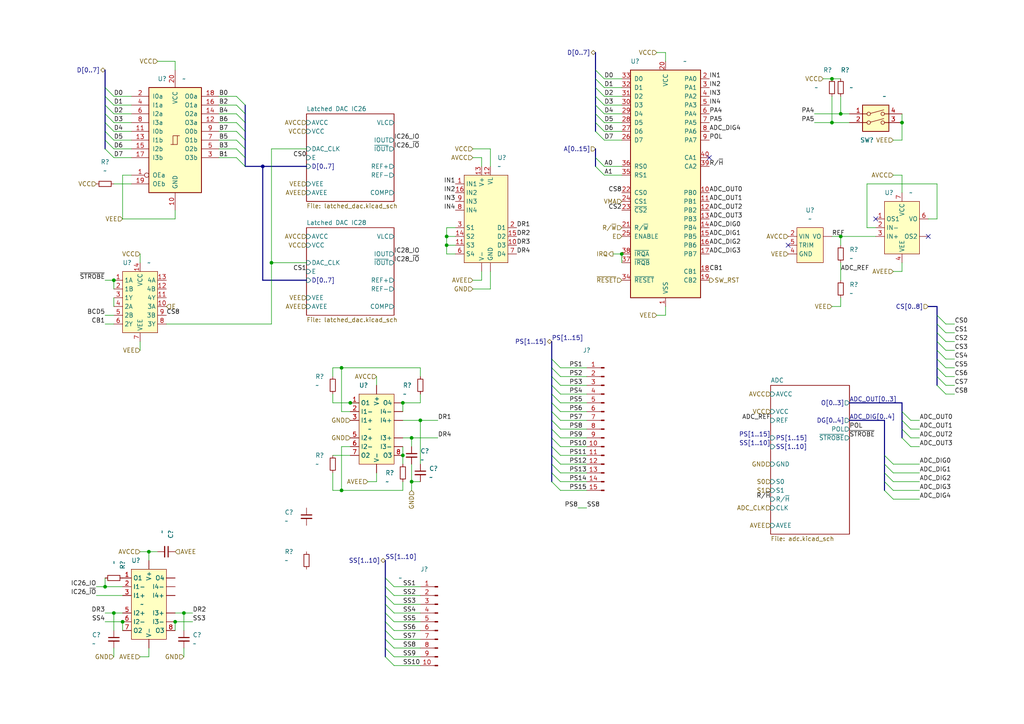
<source format=kicad_sch>
(kicad_sch (version 20211123) (generator eeschema)
  (paper "A4")
  (lib_symbols
    (symbol "74xx:74LS241" (pin_names (offset 1.016))
      (property "Reference" "U" (at -7.62 16.51 0))
      (property "Value" "74LS241" (at -7.62 -16.51 0))
      (symbol "74LS241_1_0"
        (polyline (pts (xy -0.635 -1.27) (xy -0.635 1.27) (xy 0.635 1.27)))
        (polyline (pts (xy -1.27 -1.27) (xy 0.635 -1.27) (xy 0.635 1.27) (xy 1.27 1.27)))
        (pin input inverted (at -12.7 -10.16 0) (length 5.08) (name "OEa") (number "1"))
        (pin power_in line (at 0 -20.32 90) (length 5.08) (name "GND") (number "10"))
        (pin input line (at -12.7 2.54 0) (length 5.08) (name "I0b") (number "11"))
        (pin tri_state line (at 12.7 5.08 180) (length 5.08) (name "O3a") (number "12"))
        (pin input line (at -12.7 0 0) (length 5.08) (name "I1b") (number "13"))
        (pin tri_state line (at 12.7 7.62 180) (length 5.08) (name "O2a") (number "14"))
        (pin input line (at -12.7 -2.54 0) (length 5.08) (name "I2b") (number "15"))
        (pin tri_state line (at 12.7 10.16 180) (length 5.08) (name "O1a") (number "16"))
        (pin input line (at -12.7 -5.08 0) (length 5.08) (name "I3b") (number "17"))
        (pin tri_state line (at 12.7 12.7 180) (length 5.08) (name "O0a") (number "18"))
        (pin input line (at -12.7 -12.7 0) (length 5.08) (name "OEb") (number "19"))
        (pin input line (at -12.7 12.7 0) (length 5.08) (name "I0a") (number "2"))
        (pin power_in line (at 0 20.32 270) (length 5.08) (name "VCC") (number "20"))
        (pin tri_state line (at 12.7 -5.08 180) (length 5.08) (name "O3b") (number "3"))
        (pin input line (at -12.7 10.16 0) (length 5.08) (name "I1a") (number "4"))
        (pin tri_state line (at 12.7 -2.54 180) (length 5.08) (name "O2b") (number "5"))
        (pin input line (at -12.7 7.62 0) (length 5.08) (name "I2a") (number "6"))
        (pin tri_state line (at 12.7 0 180) (length 5.08) (name "O1b") (number "7"))
        (pin input line (at -12.7 5.08 0) (length 5.08) (name "I3a") (number "8"))
        (pin tri_state line (at 12.7 2.54 180) (length 5.08) (name "O0b") (number "9"))
      )
      (symbol "74LS241_1_1"
        (rectangle (start -7.62 15.24) (end 7.62 -15.24) (stroke (width 0.254)) (fill (type background)))
      )
    )
    (symbol "Connector:Conn_01x10_Male" (pin_names (offset 1.016) hide)
      (property "Reference" "J" (at 0 12.7 0))
      (property "Value" "Conn_01x10_Male" (at 0 -15.24 0))
      (symbol "Conn_01x10_Male_1_1"
        (polyline (pts (xy 1.27 -12.7) (xy 0.8636 -12.7)) (stroke (width 0.1524)))
        (polyline (pts (xy 1.27 -10.16) (xy 0.8636 -10.16)) (stroke (width 0.1524)))
        (polyline (pts (xy 1.27 -7.62) (xy 0.8636 -7.62)) (stroke (width 0.1524)))
        (polyline (pts (xy 1.27 -5.08) (xy 0.8636 -5.08)) (stroke (width 0.1524)))
        (polyline (pts (xy 1.27 -2.54) (xy 0.8636 -2.54)) (stroke (width 0.1524)))
        (polyline (pts (xy 1.27 0) (xy 0.8636 0)) (stroke (width 0.1524)))
        (polyline (pts (xy 1.27 2.54) (xy 0.8636 2.54)) (stroke (width 0.1524)))
        (polyline (pts (xy 1.27 5.08) (xy 0.8636 5.08)) (stroke (width 0.1524)))
        (polyline (pts (xy 1.27 7.62) (xy 0.8636 7.62)) (stroke (width 0.1524)))
        (polyline (pts (xy 1.27 10.16) (xy 0.8636 10.16)) (stroke (width 0.1524)))
        (rectangle (start 0.8636 -12.573) (end 0 -12.827) (stroke (width 0.1524)) (fill (type outline)))
        (rectangle (start 0.8636 -10.033) (end 0 -10.287) (stroke (width 0.1524)) (fill (type outline)))
        (rectangle (start 0.8636 -7.493) (end 0 -7.747) (stroke (width 0.1524)) (fill (type outline)))
        (rectangle (start 0.8636 -4.953) (end 0 -5.207) (stroke (width 0.1524)) (fill (type outline)))
        (rectangle (start 0.8636 -2.413) (end 0 -2.667) (stroke (width 0.1524)) (fill (type outline)))
        (rectangle (start 0.8636 0.127) (end 0 -0.127) (stroke (width 0.1524)) (fill (type outline)))
        (rectangle (start 0.8636 2.667) (end 0 2.413) (stroke (width 0.1524)) (fill (type outline)))
        (rectangle (start 0.8636 5.207) (end 0 4.953) (stroke (width 0.1524)) (fill (type outline)))
        (rectangle (start 0.8636 7.747) (end 0 7.493) (stroke (width 0.1524)) (fill (type outline)))
        (rectangle (start 0.8636 10.287) (end 0 10.033) (stroke (width 0.1524)) (fill (type outline)))
        (pin passive line (at 5.08 10.16 180) (length 3.81) (name "Pin_1") (number "1"))
        (pin passive line (at 5.08 -12.7 180) (length 3.81) (name "Pin_10") (number "10"))
        (pin passive line (at 5.08 7.62 180) (length 3.81) (name "Pin_2") (number "2"))
        (pin passive line (at 5.08 5.08 180) (length 3.81) (name "Pin_3") (number "3"))
        (pin passive line (at 5.08 2.54 180) (length 3.81) (name "Pin_4") (number "4"))
        (pin passive line (at 5.08 0 180) (length 3.81) (name "Pin_5") (number "5"))
        (pin passive line (at 5.08 -2.54 180) (length 3.81) (name "Pin_6") (number "6"))
        (pin passive line (at 5.08 -5.08 180) (length 3.81) (name "Pin_7") (number "7"))
        (pin passive line (at 5.08 -7.62 180) (length 3.81) (name "Pin_8") (number "8"))
        (pin passive line (at 5.08 -10.16 180) (length 3.81) (name "Pin_9") (number "9"))
      )
    )
    (symbol "Connector:Conn_01x15_Male" (pin_names (offset 1.016) hide)
      (property "Reference" "J" (at 0 20.32 0))
      (property "Value" "Conn_01x15_Male" (at 0 -20.32 0))
      (symbol "Conn_01x15_Male_1_1"
        (polyline (pts (xy 1.27 -17.78) (xy 0.8636 -17.78)) (stroke (width 0.1524)))
        (polyline (pts (xy 1.27 -15.24) (xy 0.8636 -15.24)) (stroke (width 0.1524)))
        (polyline (pts (xy 1.27 -12.7) (xy 0.8636 -12.7)) (stroke (width 0.1524)))
        (polyline (pts (xy 1.27 -10.16) (xy 0.8636 -10.16)) (stroke (width 0.1524)))
        (polyline (pts (xy 1.27 -7.62) (xy 0.8636 -7.62)) (stroke (width 0.1524)))
        (polyline (pts (xy 1.27 -5.08) (xy 0.8636 -5.08)) (stroke (width 0.1524)))
        (polyline (pts (xy 1.27 -2.54) (xy 0.8636 -2.54)) (stroke (width 0.1524)))
        (polyline (pts (xy 1.27 0) (xy 0.8636 0)) (stroke (width 0.1524)))
        (polyline (pts (xy 1.27 2.54) (xy 0.8636 2.54)) (stroke (width 0.1524)))
        (polyline (pts (xy 1.27 5.08) (xy 0.8636 5.08)) (stroke (width 0.1524)))
        (polyline (pts (xy 1.27 7.62) (xy 0.8636 7.62)) (stroke (width 0.1524)))
        (polyline (pts (xy 1.27 10.16) (xy 0.8636 10.16)) (stroke (width 0.1524)))
        (polyline (pts (xy 1.27 12.7) (xy 0.8636 12.7)) (stroke (width 0.1524)))
        (polyline (pts (xy 1.27 15.24) (xy 0.8636 15.24)) (stroke (width 0.1524)))
        (polyline (pts (xy 1.27 17.78) (xy 0.8636 17.78)) (stroke (width 0.1524)))
        (rectangle (start 0.8636 -17.653) (end 0 -17.907) (stroke (width 0.1524)) (fill (type outline)))
        (rectangle (start 0.8636 -15.113) (end 0 -15.367) (stroke (width 0.1524)) (fill (type outline)))
        (rectangle (start 0.8636 -12.573) (end 0 -12.827) (stroke (width 0.1524)) (fill (type outline)))
        (rectangle (start 0.8636 -10.033) (end 0 -10.287) (stroke (width 0.1524)) (fill (type outline)))
        (rectangle (start 0.8636 -7.493) (end 0 -7.747) (stroke (width 0.1524)) (fill (type outline)))
        (rectangle (start 0.8636 -4.953) (end 0 -5.207) (stroke (width 0.1524)) (fill (type outline)))
        (rectangle (start 0.8636 -2.413) (end 0 -2.667) (stroke (width 0.1524)) (fill (type outline)))
        (rectangle (start 0.8636 0.127) (end 0 -0.127) (stroke (width 0.1524)) (fill (type outline)))
        (rectangle (start 0.8636 2.667) (end 0 2.413) (stroke (width 0.1524)) (fill (type outline)))
        (rectangle (start 0.8636 5.207) (end 0 4.953) (stroke (width 0.1524)) (fill (type outline)))
        (rectangle (start 0.8636 7.747) (end 0 7.493) (stroke (width 0.1524)) (fill (type outline)))
        (rectangle (start 0.8636 10.287) (end 0 10.033) (stroke (width 0.1524)) (fill (type outline)))
        (rectangle (start 0.8636 12.827) (end 0 12.573) (stroke (width 0.1524)) (fill (type outline)))
        (rectangle (start 0.8636 15.367) (end 0 15.113) (stroke (width 0.1524)) (fill (type outline)))
        (rectangle (start 0.8636 17.907) (end 0 17.653) (stroke (width 0.1524)) (fill (type outline)))
        (pin passive line (at 5.08 17.78 180) (length 3.81) (name "Pin_1") (number "1"))
        (pin passive line (at 5.08 -5.08 180) (length 3.81) (name "Pin_10") (number "10"))
        (pin passive line (at 5.08 -7.62 180) (length 3.81) (name "Pin_11") (number "11"))
        (pin passive line (at 5.08 -10.16 180) (length 3.81) (name "Pin_12") (number "12"))
        (pin passive line (at 5.08 -12.7 180) (length 3.81) (name "Pin_13") (number "13"))
        (pin passive line (at 5.08 -15.24 180) (length 3.81) (name "Pin_14") (number "14"))
        (pin passive line (at 5.08 -17.78 180) (length 3.81) (name "Pin_15") (number "15"))
        (pin passive line (at 5.08 15.24 180) (length 3.81) (name "Pin_2") (number "2"))
        (pin passive line (at 5.08 12.7 180) (length 3.81) (name "Pin_3") (number "3"))
        (pin passive line (at 5.08 10.16 180) (length 3.81) (name "Pin_4") (number "4"))
        (pin passive line (at 5.08 7.62 180) (length 3.81) (name "Pin_5") (number "5"))
        (pin passive line (at 5.08 5.08 180) (length 3.81) (name "Pin_6") (number "6"))
        (pin passive line (at 5.08 2.54 180) (length 3.81) (name "Pin_7") (number "7"))
        (pin passive line (at 5.08 0 180) (length 3.81) (name "Pin_8") (number "8"))
        (pin passive line (at 5.08 -2.54 180) (length 3.81) (name "Pin_9") (number "9"))
      )
    )
    (symbol "Custom:74LS00"
      (property "Reference" "U?" (at 0 -2.54 0))
      (property "Value" "74LS00" (at 10.16 -2.54 0))
      (symbol "74LS00_0_1"
        (rectangle (start 0 -5.08) (end 10.16 -22.86) (fill (type background)))
      )
      (symbol "74LS00_1_1"
        (pin input line (at -2.54 -7.62 0) (length 2.54) (name "1A") (number "1"))
        (pin input line (at 12.7 -15.24 180) (length 2.54) (name "3A") (number "10"))
        (pin input line (at 12.7 -12.7 180) (length 2.54) (name "4Y") (number "11"))
        (pin input line (at 12.7 -10.16 180) (length 2.54) (name "4B") (number "12"))
        (pin input line (at 12.7 -7.62 180) (length 2.54) (name "4A") (number "13"))
        (pin input line (at 5.08 -2.54 270) (length 2.54) (name "VCC") (number "14"))
        (pin input line (at -2.54 -10.16 0) (length 2.54) (name "1B") (number "2"))
        (pin input line (at -2.54 -12.7 0) (length 2.54) (name "1Y") (number "3"))
        (pin input line (at -2.54 -15.24 0) (length 2.54) (name "2A") (number "4"))
        (pin input line (at -2.54 -17.78 0) (length 2.54) (name "2B") (number "5"))
        (pin input line (at -2.54 -20.32 0) (length 2.54) (name "2Y") (number "6"))
        (pin input line (at 5.08 -25.4 90) (length 2.54) (name "VEE") (number "7"))
        (pin input line (at 12.7 -20.32 180) (length 2.54) (name "3Y") (number "8"))
        (pin input line (at 12.7 -17.78 180) (length 2.54) (name "3B") (number "9"))
      )
    )
    (symbol "Custom:DG211"
      (property "Reference" "U" (at 0 2.54 0))
      (property "Value" "DG211" (at 12.7 2.54 0))
      (symbol "DG211_0_1"
        (rectangle (start 0 0) (end 12.7 -25.4) (fill (type background)))
      )
      (symbol "DG211_1_1"
        (pin power_in line (at 7.62 -27.94 90) (length 2.54) (name "GND") (number ""))
        (pin power_in line (at 5.08 -27.94 90) (length 2.54) (name "V-") (number ""))
        (pin input line (at -2.54 -2.54 0) (length 2.54) (name "IN1") (number "1"))
        (pin output line (at 15.24 -20.32 180) (length 2.54) (name "D3") (number "10"))
        (pin input line (at -2.54 -20.32 0) (length 2.54) (name "S3") (number "11"))
        (pin power_in line (at 7.62 2.54 270) (length 2.54) (name "VL") (number "12"))
        (pin power_in line (at 5.08 2.54 270) (length 2.54) (name "V+") (number "13"))
        (pin input line (at -2.54 -17.78 0) (length 2.54) (name "S2") (number "14"))
        (pin output line (at 15.24 -17.78 180) (length 2.54) (name "D2") (number "15"))
        (pin input line (at -2.54 -5.08 0) (length 2.54) (name "IN2") (number "16"))
        (pin output line (at 15.24 -15.24 180) (length 2.54) (name "D1") (number "2"))
        (pin input line (at -2.54 -15.24 0) (length 2.54) (name "S1") (number "3"))
        (pin input line (at -2.54 -22.86 0) (length 2.54) (name "S4") (number "6"))
        (pin output line (at 15.24 -22.86 180) (length 2.54) (name "D4") (number "7"))
        (pin input line (at -2.54 -10.16 0) (length 2.54) (name "IN4") (number "8"))
        (pin input line (at -2.54 -7.62 0) (length 2.54) (name "IN3") (number "9"))
      )
    )
    (symbol "Custom:LF347"
      (property "Reference" "U?" (at 0 2.54 0))
      (property "Value" "LF347" (at 10.16 2.54 0))
      (symbol "LF347_0_1"
        (rectangle (start 0 0) (end 10.16 -20.32) (fill (type background)))
      )
      (symbol "LF347_1_1"
        (pin power_in line (at 12.7 -12.7 180) (length 2.54) (name "I3+") (number ""))
        (pin power_in line (at 12.7 -15.24 180) (length 2.54) (name "I3-") (number ""))
        (pin power_in line (at 12.7 -7.62 180) (length 2.54) (name "I4+") (number ""))
        (pin power_in line (at 12.7 -5.08 180) (length 2.54) (name "I4-") (number ""))
        (pin power_in line (at 12.7 -2.54 180) (length 2.54) (name "O4") (number ""))
        (pin power_in line (at 5.08 2.54 270) (length 2.54) (name "V+") (number ""))
        (pin power_in line (at 5.08 -22.86 90) (length 2.54) (name "V-") (number ""))
        (pin power_in line (at -2.54 -2.54 0) (length 2.54) (name "O1") (number "1"))
        (pin power_in line (at -2.54 -5.08 0) (length 2.54) (name "I1-") (number "2"))
        (pin power_in line (at -2.54 -7.62 0) (length 2.54) (name "I1+") (number "3"))
        (pin power_in line (at -2.54 -12.7 0) (length 2.54) (name "I2+") (number "5"))
        (pin power_in line (at -2.54 -15.24 0) (length 2.54) (name "I2-") (number "6"))
        (pin power_in line (at -2.54 -17.78 0) (length 2.54) (name "O2") (number "7"))
        (pin power_in line (at 12.7 -17.78 180) (length 2.54) (name "O3") (number "8"))
      )
    )
    (symbol "Custom:LF411"
      (property "Reference" "U?" (at 2.54 5.08 0))
      (property "Value" "LF411" (at 12.7 5.08 0))
      (symbol "LF411_0_1"
        (rectangle (start 2.54 2.54) (end 12.7 -12.7) (fill (type background)))
      )
      (symbol "LF411_1_1"
        (pin input line (at 15.24 -7.62 180) (length 2.54) (name "OS2") (number ""))
        (pin input line (at 0 -2.54 0) (length 2.54) (name "OS1") (number "1"))
        (pin input line (at 0 -5.08 0) (length 2.54) (name "IN-") (number "2"))
        (pin input line (at 0 -7.62 0) (length 2.54) (name "IN+") (number "3"))
        (pin input line (at 7.62 -15.24 90) (length 2.54) (name "VEE") (number "4"))
        (pin input line (at 15.24 -2.54 180) (length 2.54) (name "VO") (number "6"))
        (pin input line (at 7.62 5.08 270) (length 2.54) (name "VCC") (number "7"))
      )
    )
    (symbol "Custom:LT1021"
      (property "Reference" "U?" (at 0 0 0))
      (property "Value" "LT1021" (at 7.62 0 0))
      (symbol "LT1021_0_1"
        (rectangle (start 0 -2.54) (end 7.62 -12.7) (fill (type background)))
      )
      (symbol "LT1021_1_1"
        (pin input line (at 10.16 -5.08 180) (length 2.54) (name "VO") (number ""))
        (pin input line (at -2.54 -5.08 0) (length 2.54) (name "VIN") (number "2"))
        (pin input line (at -2.54 -10.16 0) (length 2.54) (name "GND") (number "4"))
        (pin input line (at -2.54 -7.62 0) (length 2.54) (name "TRIM") (number "5"))
      )
    )
    (symbol "Device:C_Small" (pin_numbers hide) (pin_names (offset 0.254) hide)
      (property "Reference" "C" (at 0.254 1.778 0))
      (property "Value" "C_Small" (at 0.254 -2.032 0))
      (symbol "C_Small_0_1"
        (polyline (pts (xy -1.524 -0.508) (xy 1.524 -0.508)) (stroke (width 0.3302)))
        (polyline (pts (xy -1.524 0.508) (xy 1.524 0.508)) (stroke (width 0.3048)))
      )
      (symbol "C_Small_1_1"
        (pin passive line (at 0 2.54 270) (length 2.032) (name "~") (number "1"))
        (pin passive line (at 0 -2.54 90) (length 2.032) (name "~") (number "2"))
      )
    )
    (symbol "Device:R_Small" (pin_numbers hide) (pin_names (offset 0.254) hide)
      (property "Reference" "R" (at 0.762 0.508 0))
      (property "Value" "R_Small" (at 0.762 -1.016 0))
      (symbol "R_Small_0_1"
        (rectangle (start -0.762 1.778) (end 0.762 -1.778) (stroke (width 0.2032)))
      )
      (symbol "R_Small_1_1"
        (pin passive line (at 0 2.54 270) (length 0.762) (name "~") (number "1"))
        (pin passive line (at 0 -2.54 90) (length 0.762) (name "~") (number "2"))
      )
    )
    (symbol "Interface:6821" (pin_names (offset 1.016))
      (property "Reference" "U" (at -7.62 34.29 0))
      (property "Value" "6821" (at 10.16 34.29 0))
      (symbol "6821_0_1"
        (rectangle (start -10.16 -33.02) (end 10.16 33.02) (stroke (width 0.254)) (fill (type background)))
      )
      (symbol "6821_1_1"
        (pin power_in line (at 0 -35.56 90) (length 2.54) (name "VSS") (number "1"))
        (pin bidirectional line (at 12.7 -2.54 180) (length 2.54) (name "PB0") (number "10"))
        (pin bidirectional line (at 12.7 -5.08 180) (length 2.54) (name "PB1") (number "11"))
        (pin bidirectional line (at 12.7 -7.62 180) (length 2.54) (name "PB2") (number "12"))
        (pin bidirectional line (at 12.7 -10.16 180) (length 2.54) (name "PB3") (number "13"))
        (pin bidirectional line (at 12.7 -12.7 180) (length 2.54) (name "PB4") (number "14"))
        (pin bidirectional line (at 12.7 -15.24 180) (length 2.54) (name "PB5") (number "15"))
        (pin bidirectional line (at 12.7 -17.78 180) (length 2.54) (name "PB6") (number "16"))
        (pin bidirectional line (at 12.7 -20.32 180) (length 2.54) (name "PB7") (number "17"))
        (pin input line (at 12.7 -25.4 180) (length 2.54) (name "CB1") (number "18"))
        (pin bidirectional line (at 12.7 -27.94 180) (length 2.54) (name "CB2") (number "19"))
        (pin bidirectional line (at 12.7 30.48 180) (length 2.54) (name "PA0") (number "2"))
        (pin power_in line (at 0 35.56 270) (length 2.54) (name "VCC") (number "20"))
        (pin input line (at -12.7 -12.7 0) (length 2.54) (name "R/~{W}") (number "21"))
        (pin input line (at -12.7 -2.54 0) (length 2.54) (name "CS0") (number "22"))
        (pin input line (at -12.7 -7.62 0) (length 2.54) (name "~{CS2}") (number "23"))
        (pin input line (at -12.7 -5.08 0) (length 2.54) (name "CS1") (number "24"))
        (pin input line (at -12.7 -15.24 0) (length 2.54) (name "ENABLE") (number "25"))
        (pin bidirectional line (at -12.7 12.7 0) (length 2.54) (name "D7") (number "26"))
        (pin bidirectional line (at -12.7 15.24 0) (length 2.54) (name "D6") (number "27"))
        (pin bidirectional line (at -12.7 17.78 0) (length 2.54) (name "D5") (number "28"))
        (pin bidirectional line (at -12.7 20.32 0) (length 2.54) (name "D4") (number "29"))
        (pin bidirectional line (at 12.7 27.94 180) (length 2.54) (name "PA1") (number "3"))
        (pin bidirectional line (at -12.7 22.86 0) (length 2.54) (name "D3") (number "30"))
        (pin bidirectional line (at -12.7 25.4 0) (length 2.54) (name "D2") (number "31"))
        (pin bidirectional line (at -12.7 27.94 0) (length 2.54) (name "D1") (number "32"))
        (pin bidirectional line (at -12.7 30.48 0) (length 2.54) (name "D0") (number "33"))
        (pin input line (at -12.7 -27.94 0) (length 2.54) (name "~{RESET}") (number "34"))
        (pin input line (at -12.7 2.54 0) (length 2.54) (name "RS1") (number "35"))
        (pin input line (at -12.7 5.08 0) (length 2.54) (name "RS0") (number "36"))
        (pin open_collector line (at -12.7 -22.86 0) (length 2.54) (name "~{IRQB}") (number "37"))
        (pin open_collector line (at -12.7 -20.32 0) (length 2.54) (name "~{IRQA}") (number "38"))
        (pin bidirectional line (at 12.7 5.08 180) (length 2.54) (name "CA2") (number "39"))
        (pin bidirectional line (at 12.7 25.4 180) (length 2.54) (name "PA2") (number "4"))
        (pin input line (at 12.7 7.62 180) (length 2.54) (name "CA1") (number "40"))
        (pin bidirectional line (at 12.7 22.86 180) (length 2.54) (name "PA3") (number "5"))
        (pin bidirectional line (at 12.7 20.32 180) (length 2.54) (name "PA4") (number "6"))
        (pin bidirectional line (at 12.7 17.78 180) (length 2.54) (name "PA5") (number "7"))
        (pin bidirectional line (at 12.7 15.24 180) (length 2.54) (name "PA6") (number "8"))
        (pin bidirectional line (at 12.7 12.7 180) (length 2.54) (name "PA7") (number "9"))
      )
    )
    (symbol "Switch:SW_DIP_x02" (pin_names (offset 0) hide)
      (property "Reference" "SW" (at 0 6.35 0))
      (property "Value" "SW_DIP_x02" (at 0 -3.81 0))
      (symbol "SW_DIP_x02_0_0"
        (circle (center -2.032 0) (radius 0.508))
        (circle (center -2.032 2.54) (radius 0.508))
        (polyline (pts (xy -1.524 0.127) (xy 2.3622 1.1684)))
        (polyline (pts (xy -1.524 2.667) (xy 2.3622 3.7084)))
        (circle (center 2.032 0) (radius 0.508))
        (circle (center 2.032 2.54) (radius 0.508))
      )
      (symbol "SW_DIP_x02_0_1"
        (rectangle (start -3.81 5.08) (end 3.81 -2.54) (stroke (width 0.254)) (fill (type background)))
      )
      (symbol "SW_DIP_x02_1_1"
        (pin passive line (at -7.62 2.54 0) (length 5.08) (name "~") (number "1"))
        (pin passive line (at -7.62 0 0) (length 5.08) (name "~") (number "2"))
        (pin passive line (at 7.62 0 180) (length 5.08) (name "~") (number "3"))
        (pin passive line (at 7.62 2.54 180) (length 5.08) (name "~") (number "4"))
      )
    )
  )
  (junction (at 241.3 35.56))
  (junction (at 116.84 132.08))
  (junction (at 129.54 71.12))
  (junction (at 119.38 139.7))
  (junction (at 35.56 180.34))
  (junction (at 43.18 160.02))
  (junction (at 116.84 116.84))
  (junction (at 78.74 76.2))
  (junction (at 53.34 177.8))
  (junction (at 121.92 121.92))
  (junction (at 33.02 81.28))
  (junction (at 50.8 180.34))
  (junction (at 101.6 116.84))
  (junction (at 99.06 142.24))
  (junction (at 129.54 68.58))
  (junction (at 30.48 170.18))
  (junction (at 243.84 68.58))
  (junction (at 33.02 177.8))
  (junction (at 241.3 22.86))
  (junction (at 99.06 106.68))
  (junction (at 243.84 33.02))
  (junction (at 119.38 127))
  (junction (at 261.62 35.56))
  (junction (at 76.2 48.26))
  (junction (at 180.34 73.66))
  (no_connect (at 228.6 71.12))
  (no_connect (at 254 63.5))
  (no_connect (at 269.24 68.58))
  (no_connect (at 205.74 45.72))
  (bus_entry (at 114.3 172.72) (size -2.54 -2.54))
  (bus_entry (at 114.3 180.34) (size -2.54 -2.54))
  (bus_entry (at 114.3 182.88) (size -2.54 -2.54))
  (bus_entry (at 30.48 35.56) (size 2.54 2.54))
  (bus_entry (at 172.72 38.1) (size 2.54 2.54))
  (bus_entry (at 162.56 137.16) (size -2.54 -2.54))
  (bus_entry (at 162.56 129.54) (size -2.54 -2.54))
  (bus_entry (at 162.56 134.62) (size -2.54 -2.54))
  (bus_entry (at 162.56 132.08) (size -2.54 -2.54))
  (bus_entry (at 162.56 139.7) (size -2.54 -2.54))
  (bus_entry (at 162.56 142.24) (size -2.54 -2.54))
  (bus_entry (at 162.56 127) (size -2.54 -2.54))
  (bus_entry (at 162.56 109.22) (size -2.54 -2.54))
  (bus_entry (at 162.56 111.76) (size -2.54 -2.54))
  (bus_entry (at 162.56 116.84) (size -2.54 -2.54))
  (bus_entry (at 162.56 106.68) (size -2.54 -2.54))
  (bus_entry (at 162.56 114.3) (size -2.54 -2.54))
  (bus_entry (at 162.56 121.92) (size -2.54 -2.54))
  (bus_entry (at 162.56 119.38) (size -2.54 -2.54))
  (bus_entry (at 162.56 124.46) (size -2.54 -2.54))
  (bus_entry (at 30.48 25.4) (size 2.54 2.54))
  (bus_entry (at 114.3 170.18) (size -2.54 -2.54))
  (bus_entry (at 30.48 43.18) (size 2.54 2.54))
  (bus_entry (at 172.72 20.32) (size 2.54 2.54))
  (bus_entry (at 172.72 22.86) (size 2.54 2.54))
  (bus_entry (at 30.48 40.64) (size 2.54 2.54))
  (bus_entry (at 172.72 35.56) (size 2.54 2.54))
  (bus_entry (at 114.3 190.5) (size -2.54 -2.54))
  (bus_entry (at 172.72 33.02) (size 2.54 2.54))
  (bus_entry (at 172.72 27.94) (size 2.54 2.54))
  (bus_entry (at 30.48 30.48) (size 2.54 2.54))
  (bus_entry (at 114.3 185.42) (size -2.54 -2.54))
  (bus_entry (at 172.72 45.72) (size 2.54 2.54))
  (bus_entry (at 172.72 48.26) (size 2.54 2.54))
  (bus_entry (at 261.62 119.38) (size 2.54 2.54))
  (bus_entry (at 261.62 127) (size 2.54 2.54))
  (bus_entry (at 261.62 121.92) (size 2.54 2.54))
  (bus_entry (at 261.62 124.46) (size 2.54 2.54))
  (bus_entry (at 256.54 139.7) (size 2.54 2.54))
  (bus_entry (at 256.54 134.62) (size 2.54 2.54))
  (bus_entry (at 256.54 132.08) (size 2.54 2.54))
  (bus_entry (at 256.54 137.16) (size 2.54 2.54))
  (bus_entry (at 256.54 142.24) (size 2.54 2.54))
  (bus_entry (at 172.72 30.48) (size 2.54 2.54))
  (bus_entry (at 114.3 177.8) (size -2.54 -2.54))
  (bus_entry (at 30.48 33.02) (size 2.54 2.54))
  (bus_entry (at 114.3 187.96) (size -2.54 -2.54))
  (bus_entry (at 114.3 175.26) (size -2.54 -2.54))
  (bus_entry (at 30.48 38.1) (size 2.54 2.54))
  (bus_entry (at 271.78 93.98) (size 2.54 2.54))
  (bus_entry (at 271.78 91.44) (size 2.54 2.54))
  (bus_entry (at 271.78 109.22) (size 2.54 2.54))
  (bus_entry (at 271.78 111.76) (size 2.54 2.54))
  (bus_entry (at 271.78 96.52) (size 2.54 2.54))
  (bus_entry (at 271.78 101.6) (size 2.54 2.54))
  (bus_entry (at 271.78 99.06) (size 2.54 2.54))
  (bus_entry (at 271.78 104.14) (size 2.54 2.54))
  (bus_entry (at 271.78 106.68) (size 2.54 2.54))
  (bus_entry (at 114.3 193.04) (size -2.54 -2.54))
  (bus_entry (at 30.48 27.94) (size 2.54 2.54))
  (bus_entry (at 68.58 38.1) (size 2.54 2.54))
  (bus_entry (at 68.58 27.94) (size 2.54 2.54))
  (bus_entry (at 68.58 40.64) (size 2.54 2.54))
  (bus_entry (at 68.58 45.72) (size 2.54 2.54))
  (bus_entry (at 68.58 43.18) (size 2.54 2.54))
  (bus_entry (at 68.58 33.02) (size 2.54 2.54))
  (bus_entry (at 68.58 30.48) (size 2.54 2.54))
  (bus_entry (at 68.58 35.56) (size 2.54 2.54))
  (bus_entry (at 172.72 25.4) (size 2.54 2.54))
  (wire (pts (xy 274.32 99.06) (xy 276.86 99.06)))
  (wire (pts (xy 259.08 40.64) (xy 261.62 40.64)))
  (wire (pts (xy 259.08 134.62) (xy 266.7 134.62)))
  (wire (pts (xy 142.24 78.74) (xy 142.24 83.82)))
  (wire (pts (xy 241.3 27.94) (xy 241.3 35.56)))
  (wire (pts (xy 119.38 127) (xy 119.38 129.54)))
  (wire (pts (xy 114.3 172.72) (xy 121.92 172.72)))
  (bus (pts (xy 160.02 134.62) (xy 160.02 137.16)))
  (wire (pts (xy 175.26 27.94) (xy 180.34 27.94)))
  (wire (pts (xy 162.56 119.38) (xy 170.18 119.38)))
  (wire (pts (xy 63.5 30.48) (xy 68.58 30.48)))
  (wire (pts (xy 101.6 116.84) (xy 104.14 116.84)))
  (bus (pts (xy 160.02 109.22) (xy 160.02 111.76)))
  (wire (pts (xy 30.48 170.18) (xy 27.94 170.18)))
  (wire (pts (xy 175.26 48.26) (xy 180.34 48.26)))
  (bus (pts (xy 261.62 124.46) (xy 261.62 127)))
  (wire (pts (xy 43.18 187.96) (xy 43.18 190.5)))
  (bus (pts (xy 111.76 177.8) (xy 111.76 180.34)))
  (wire (pts (xy 274.32 93.98) (xy 276.86 93.98)))
  (bus (pts (xy 160.02 129.54) (xy 160.02 132.08)))
  (wire (pts (xy 193.04 15.24) (xy 193.04 17.78)))
  (wire (pts (xy 48.26 93.98) (xy 78.74 93.98)))
  (wire (pts (xy 78.74 76.2) (xy 78.74 43.18)))
  (bus (pts (xy 172.72 35.56) (xy 172.72 38.1)))
  (wire (pts (xy 162.56 132.08) (xy 170.18 132.08)))
  (wire (pts (xy 162.56 137.16) (xy 170.18 137.16)))
  (wire (pts (xy 33.02 33.02) (xy 38.1 33.02)))
  (bus (pts (xy 172.72 22.86) (xy 172.72 25.4)))
  (bus (pts (xy 246.38 121.92) (xy 256.54 121.92)))
  (wire (pts (xy 116.84 139.7) (xy 116.84 142.24)))
  (wire (pts (xy 175.26 50.8) (xy 180.34 50.8)))
  (bus (pts (xy 261.62 119.38) (xy 261.62 121.92)))
  (bus (pts (xy 256.54 134.62) (xy 256.54 137.16)))
  (wire (pts (xy 190.5 91.44) (xy 193.04 91.44)))
  (wire (pts (xy 33.02 86.36) (xy 33.02 88.9)))
  (wire (pts (xy 193.04 88.9) (xy 193.04 91.44)))
  (wire (pts (xy 259.08 50.8) (xy 261.62 50.8)))
  (wire (pts (xy 33.02 40.64) (xy 38.1 40.64)))
  (bus (pts (xy 160.02 104.14) (xy 160.02 106.68)))
  (wire (pts (xy 50.8 17.78) (xy 50.8 20.32)))
  (wire (pts (xy 177.8 73.66) (xy 180.34 73.66)))
  (bus (pts (xy 160.02 106.68) (xy 160.02 109.22)))
  (bus (pts (xy 160.02 116.84) (xy 160.02 119.38)))
  (bus (pts (xy 256.54 139.7) (xy 256.54 142.24)))
  (wire (pts (xy 63.5 33.02) (xy 68.58 33.02)))
  (bus (pts (xy 111.76 167.64) (xy 111.76 170.18)))
  (wire (pts (xy 241.3 68.58) (xy 243.84 68.58)))
  (bus (pts (xy 246.38 116.84) (xy 261.62 116.84)))
  (wire (pts (xy 33.02 38.1) (xy 38.1 38.1)))
  (wire (pts (xy 35.56 50.8) (xy 38.1 50.8)))
  (wire (pts (xy 175.26 25.4) (xy 180.34 25.4)))
  (bus (pts (xy 71.12 38.1) (xy 71.12 40.64)))
  (wire (pts (xy 241.3 22.86) (xy 243.84 22.86)))
  (wire (pts (xy 259.08 137.16) (xy 266.7 137.16)))
  (wire (pts (xy 114.3 180.34) (xy 121.92 180.34)))
  (wire (pts (xy 251.46 53.34) (xy 271.78 53.34)))
  (wire (pts (xy 241.3 88.9) (xy 243.84 88.9)))
  (wire (pts (xy 162.56 106.68) (xy 170.18 106.68)))
  (bus (pts (xy 160.02 124.46) (xy 160.02 127)))
  (wire (pts (xy 175.26 35.56) (xy 180.34 35.56)))
  (wire (pts (xy 96.52 132.08) (xy 101.6 132.08)))
  (wire (pts (xy 162.56 129.54) (xy 170.18 129.54)))
  (wire (pts (xy 35.56 170.18) (xy 30.48 170.18)))
  (wire (pts (xy 33.02 187.96) (xy 33.02 190.5)))
  (wire (pts (xy 119.38 127) (xy 116.84 127)))
  (wire (pts (xy 271.78 53.34) (xy 271.78 63.5)))
  (wire (pts (xy 116.84 121.92) (xy 121.92 121.92)))
  (wire (pts (xy 63.5 40.64) (xy 68.58 40.64)))
  (wire (pts (xy 180.34 73.66) (xy 180.34 76.2)))
  (wire (pts (xy 243.84 68.58) (xy 254 68.58)))
  (bus (pts (xy 271.78 101.6) (xy 271.78 104.14)))
  (wire (pts (xy 30.48 180.34) (xy 35.56 180.34)))
  (wire (pts (xy 261.62 76.2) (xy 261.62 78.74)))
  (bus (pts (xy 271.78 96.52) (xy 271.78 99.06)))
  (wire (pts (xy 269.24 63.5) (xy 271.78 63.5)))
  (wire (pts (xy 78.74 76.2) (xy 88.9 76.2)))
  (wire (pts (xy 274.32 96.52) (xy 276.86 96.52)))
  (wire (pts (xy 175.26 33.02) (xy 180.34 33.02)))
  (wire (pts (xy 30.48 81.28) (xy 33.02 81.28)))
  (wire (pts (xy 274.32 114.3) (xy 276.86 114.3)))
  (wire (pts (xy 162.56 142.24) (xy 170.18 142.24)))
  (wire (pts (xy 243.84 86.36) (xy 243.84 88.9)))
  (bus (pts (xy 160.02 99.06) (xy 160.02 104.14)))
  (bus (pts (xy 256.54 137.16) (xy 256.54 139.7)))
  (bus (pts (xy 30.48 40.64) (xy 30.48 43.18)))
  (wire (pts (xy 33.02 81.28) (xy 33.02 83.82)))
  (wire (pts (xy 137.16 83.82) (xy 142.24 83.82)))
  (bus (pts (xy 271.78 109.22) (xy 271.78 111.76)))
  (wire (pts (xy 274.32 104.14) (xy 276.86 104.14)))
  (wire (pts (xy 236.22 33.02) (xy 243.84 33.02)))
  (bus (pts (xy 160.02 114.3) (xy 160.02 116.84)))
  (wire (pts (xy 40.64 73.66) (xy 40.64 76.2)))
  (wire (pts (xy 96.52 114.3) (xy 96.52 116.84)))
  (wire (pts (xy 33.02 35.56) (xy 38.1 35.56)))
  (wire (pts (xy 137.16 43.18) (xy 142.24 43.18)))
  (wire (pts (xy 259.08 142.24) (xy 266.7 142.24)))
  (wire (pts (xy 175.26 22.86) (xy 180.34 22.86)))
  (wire (pts (xy 116.84 116.84) (xy 116.84 119.38)))
  (bus (pts (xy 71.12 33.02) (xy 71.12 35.56)))
  (wire (pts (xy 175.26 38.1) (xy 180.34 38.1)))
  (bus (pts (xy 160.02 137.16) (xy 160.02 139.7)))
  (wire (pts (xy 264.16 124.46) (xy 266.7 124.46)))
  (wire (pts (xy 114.3 185.42) (xy 121.92 185.42)))
  (wire (pts (xy 243.84 76.2) (xy 243.84 81.28)))
  (bus (pts (xy 172.72 43.18) (xy 172.72 45.72)))
  (wire (pts (xy 264.16 121.92) (xy 266.7 121.92)))
  (bus (pts (xy 271.78 106.68) (xy 271.78 109.22)))
  (bus (pts (xy 88.9 48.26) (xy 76.2 48.26)))
  (bus (pts (xy 261.62 116.84) (xy 261.62 119.38)))
  (bus (pts (xy 71.12 45.72) (xy 71.12 48.26)))
  (bus (pts (xy 271.78 88.9) (xy 271.78 91.44)))
  (wire (pts (xy 175.26 30.48) (xy 180.34 30.48)))
  (bus (pts (xy 111.76 172.72) (xy 111.76 175.26)))
  (wire (pts (xy 40.64 160.02) (xy 43.18 160.02)))
  (wire (pts (xy 162.56 111.76) (xy 170.18 111.76)))
  (wire (pts (xy 43.18 160.02) (xy 45.72 160.02)))
  (wire (pts (xy 53.34 177.8) (xy 53.34 182.88)))
  (wire (pts (xy 121.92 121.92) (xy 121.92 134.62)))
  (bus (pts (xy 111.76 187.96) (xy 111.76 190.5)))
  (wire (pts (xy 96.52 137.16) (xy 96.52 142.24)))
  (wire (pts (xy 114.3 177.8) (xy 121.92 177.8)))
  (bus (pts (xy 30.48 27.94) (xy 30.48 30.48)))
  (wire (pts (xy 40.64 190.5) (xy 43.18 190.5)))
  (bus (pts (xy 160.02 127) (xy 160.02 129.54)))
  (wire (pts (xy 139.7 78.74) (xy 139.7 81.28)))
  (wire (pts (xy 96.52 116.84) (xy 101.6 116.84)))
  (bus (pts (xy 30.48 38.1) (xy 30.48 40.64)))
  (wire (pts (xy 63.5 43.18) (xy 68.58 43.18)))
  (wire (pts (xy 121.92 114.3) (xy 121.92 116.84)))
  (wire (pts (xy 162.56 121.92) (xy 170.18 121.92)))
  (wire (pts (xy 162.56 114.3) (xy 170.18 114.3)))
  (bus (pts (xy 71.12 40.64) (xy 71.12 43.18)))
  (wire (pts (xy 63.5 38.1) (xy 68.58 38.1)))
  (bus (pts (xy 271.78 93.98) (xy 271.78 96.52)))
  (wire (pts (xy 99.06 142.24) (xy 99.06 129.54)))
  (wire (pts (xy 50.8 60.96) (xy 50.8 63.5)))
  (wire (pts (xy 129.54 68.58) (xy 132.08 68.58)))
  (wire (pts (xy 137.16 45.72) (xy 139.7 45.72)))
  (wire (pts (xy 274.32 109.22) (xy 276.86 109.22)))
  (bus (pts (xy 172.72 27.94) (xy 172.72 30.48)))
  (bus (pts (xy 271.78 99.06) (xy 271.78 101.6)))
  (wire (pts (xy 106.68 139.7) (xy 109.22 139.7)))
  (wire (pts (xy 50.8 17.78) (xy 45.72 17.78)))
  (wire (pts (xy 114.3 182.88) (xy 121.92 182.88)))
  (bus (pts (xy 71.12 43.18) (xy 71.12 45.72)))
  (bus (pts (xy 111.76 170.18) (xy 111.76 172.72)))
  (wire (pts (xy 259.08 139.7) (xy 266.7 139.7)))
  (wire (pts (xy 40.64 99.06) (xy 40.64 101.6)))
  (wire (pts (xy 109.22 111.76) (xy 109.22 109.22)))
  (wire (pts (xy 251.46 66.04) (xy 251.46 53.34)))
  (bus (pts (xy 76.2 81.28) (xy 88.9 81.28)))
  (bus (pts (xy 30.48 20.32) (xy 30.48 25.4)))
  (bus (pts (xy 172.72 45.72) (xy 172.72 48.26)))
  (wire (pts (xy 142.24 43.18) (xy 142.24 48.26)))
  (wire (pts (xy 132.08 66.04) (xy 129.54 66.04)))
  (wire (pts (xy 50.8 63.5) (xy 35.56 63.5)))
  (wire (pts (xy 129.54 66.04) (xy 129.54 68.58)))
  (wire (pts (xy 162.56 109.22) (xy 170.18 109.22)))
  (wire (pts (xy 241.3 35.56) (xy 246.38 35.56)))
  (bus (pts (xy 30.48 33.02) (xy 30.48 35.56)))
  (wire (pts (xy 78.74 43.18) (xy 88.9 43.18)))
  (bus (pts (xy 172.72 30.48) (xy 172.72 33.02)))
  (bus (pts (xy 172.72 15.24) (xy 172.72 20.32)))
  (wire (pts (xy 162.56 124.46) (xy 170.18 124.46)))
  (wire (pts (xy 121.92 109.22) (xy 121.92 106.68)))
  (wire (pts (xy 53.34 177.8) (xy 50.8 177.8)))
  (bus (pts (xy 30.48 30.48) (xy 30.48 33.02)))
  (bus (pts (xy 111.76 175.26) (xy 111.76 177.8)))
  (bus (pts (xy 76.2 48.26) (xy 76.2 81.28)))
  (wire (pts (xy 162.56 116.84) (xy 170.18 116.84)))
  (wire (pts (xy 129.54 73.66) (xy 132.08 73.66)))
  (bus (pts (xy 160.02 121.92) (xy 160.02 124.46)))
  (wire (pts (xy 114.3 187.96) (xy 121.92 187.96)))
  (bus (pts (xy 71.12 30.48) (xy 71.12 33.02)))
  (wire (pts (xy 259.08 144.78) (xy 266.7 144.78)))
  (bus (pts (xy 261.62 121.92) (xy 261.62 124.46)))
  (wire (pts (xy 119.38 139.7) (xy 121.92 139.7)))
  (wire (pts (xy 261.62 50.8) (xy 261.62 55.88)))
  (wire (pts (xy 33.02 177.8) (xy 33.02 182.88)))
  (wire (pts (xy 53.34 187.96) (xy 53.34 190.5)))
  (wire (pts (xy 162.56 134.62) (xy 170.18 134.62)))
  (wire (pts (xy 96.52 106.68) (xy 96.52 109.22)))
  (wire (pts (xy 116.84 132.08) (xy 116.84 134.62)))
  (wire (pts (xy 63.5 27.94) (xy 68.58 27.94)))
  (wire (pts (xy 129.54 71.12) (xy 132.08 71.12)))
  (wire (pts (xy 33.02 45.72) (xy 38.1 45.72)))
  (wire (pts (xy 274.32 106.68) (xy 276.86 106.68)))
  (bus (pts (xy 172.72 25.4) (xy 172.72 27.94)))
  (wire (pts (xy 137.16 81.28) (xy 139.7 81.28)))
  (bus (pts (xy 111.76 162.56) (xy 111.76 167.64)))
  (wire (pts (xy 35.56 63.5) (xy 35.56 50.8)))
  (wire (pts (xy 99.06 106.68) (xy 96.52 106.68)))
  (wire (pts (xy 96.52 142.24) (xy 99.06 142.24)))
  (wire (pts (xy 114.3 193.04) (xy 121.92 193.04)))
  (wire (pts (xy 63.5 35.56) (xy 68.58 35.56)))
  (wire (pts (xy 33.02 177.8) (xy 35.56 177.8)))
  (wire (pts (xy 261.62 33.02) (xy 261.62 35.56)))
  (wire (pts (xy 99.06 142.24) (xy 116.84 142.24)))
  (wire (pts (xy 119.38 127) (xy 127 127)))
  (wire (pts (xy 190.5 15.24) (xy 193.04 15.24)))
  (bus (pts (xy 111.76 185.42) (xy 111.76 187.96)))
  (wire (pts (xy 114.3 170.18) (xy 121.92 170.18)))
  (bus (pts (xy 256.54 121.92) (xy 256.54 132.08)))
  (wire (pts (xy 129.54 68.58) (xy 129.54 71.12)))
  (wire (pts (xy 50.8 180.34) (xy 50.8 182.88)))
  (bus (pts (xy 111.76 180.34) (xy 111.76 182.88)))
  (wire (pts (xy 243.84 27.94) (xy 243.84 33.02)))
  (wire (pts (xy 114.3 175.26) (xy 121.92 175.26)))
  (wire (pts (xy 162.56 139.7) (xy 170.18 139.7)))
  (bus (pts (xy 30.48 35.56) (xy 30.48 38.1)))
  (wire (pts (xy 33.02 30.48) (xy 38.1 30.48)))
  (wire (pts (xy 119.38 134.62) (xy 119.38 139.7)))
  (wire (pts (xy 27.94 172.72) (xy 35.56 172.72)))
  (wire (pts (xy 167.64 147.32) (xy 170.18 147.32)))
  (bus (pts (xy 160.02 111.76) (xy 160.02 114.3)))
  (wire (pts (xy 243.84 33.02) (xy 246.38 33.02)))
  (wire (pts (xy 30.48 91.44) (xy 33.02 91.44)))
  (wire (pts (xy 116.84 129.54) (xy 116.84 132.08)))
  (wire (pts (xy 30.48 93.98) (xy 33.02 93.98)))
  (bus (pts (xy 71.12 35.56) (xy 71.12 38.1)))
  (wire (pts (xy 63.5 45.72) (xy 68.58 45.72)))
  (wire (pts (xy 129.54 71.12) (xy 129.54 73.66)))
  (wire (pts (xy 119.38 139.7) (xy 119.38 142.24)))
  (wire (pts (xy 236.22 35.56) (xy 241.3 35.56)))
  (wire (pts (xy 99.06 129.54) (xy 101.6 129.54)))
  (bus (pts (xy 269.24 88.9) (xy 271.78 88.9)))
  (bus (pts (xy 172.72 20.32) (xy 172.72 22.86)))
  (wire (pts (xy 121.92 116.84) (xy 116.84 116.84)))
  (wire (pts (xy 33.02 53.34) (xy 38.1 53.34)))
  (wire (pts (xy 259.08 78.74) (xy 261.62 78.74)))
  (bus (pts (xy 271.78 91.44) (xy 271.78 93.98)))
  (bus (pts (xy 71.12 48.26) (xy 76.2 48.26)))
  (bus (pts (xy 160.02 132.08) (xy 160.02 134.62)))
  (wire (pts (xy 53.34 177.8) (xy 55.88 177.8)))
  (wire (pts (xy 50.8 180.34) (xy 55.88 180.34)))
  (wire (pts (xy 264.16 129.54) (xy 266.7 129.54)))
  (bus (pts (xy 160.02 119.38) (xy 160.02 121.92)))
  (wire (pts (xy 274.32 101.6) (xy 276.86 101.6)))
  (wire (pts (xy 175.26 40.64) (xy 180.34 40.64)))
  (bus (pts (xy 30.48 25.4) (xy 30.48 27.94)))
  (wire (pts (xy 114.3 190.5) (xy 121.92 190.5)))
  (wire (pts (xy 109.22 137.16) (xy 109.22 139.7)))
  (bus (pts (xy 271.78 104.14) (xy 271.78 106.68)))
  (wire (pts (xy 35.56 180.34) (xy 35.56 182.88)))
  (bus (pts (xy 256.54 132.08) (xy 256.54 134.62)))
  (wire (pts (xy 162.56 127) (xy 170.18 127)))
  (wire (pts (xy 99.06 106.68) (xy 99.06 119.38)))
  (wire (pts (xy 78.74 93.98) (xy 78.74 76.2)))
  (wire (pts (xy 33.02 177.8) (xy 30.48 177.8)))
  (bus (pts (xy 172.72 33.02) (xy 172.72 35.56)))
  (wire (pts (xy 238.76 22.86) (xy 241.3 22.86)))
  (wire (pts (xy 261.62 35.56) (xy 261.62 40.64)))
  (wire (pts (xy 30.48 167.64) (xy 30.48 170.18)))
  (bus (pts (xy 111.76 182.88) (xy 111.76 185.42)))
  (wire (pts (xy 264.16 127) (xy 266.7 127)))
  (wire (pts (xy 139.7 45.72) (xy 139.7 48.26)))
  (wire (pts (xy 33.02 43.18) (xy 38.1 43.18)))
  (wire (pts (xy 33.02 27.94) (xy 38.1 27.94)))
  (wire (pts (xy 274.32 111.76) (xy 276.86 111.76)))
  (wire (pts (xy 254 66.04) (xy 251.46 66.04)))
  (wire (pts (xy 43.18 162.56) (xy 43.18 160.02)))
  (wire (pts (xy 121.92 121.92) (xy 127 121.92)))
  (wire (pts (xy 243.84 68.58) (xy 243.84 71.12)))
  (wire (pts (xy 99.06 106.68) (xy 121.92 106.68)))
  (wire (pts (xy 101.6 119.38) (xy 99.06 119.38)))
  (label "DR3" (at 30.48 177.8 180))
  (label "CB1" (at 205.74 78.74 0))
  (label "ADC_OUT2" (at 205.74 60.96 0))
  (label "ADC_DIG1" (at 266.7 137.16 0))
  (label "SS4" (at 30.48 180.34 180))
  (label "PA5" (at 205.74 35.56 0))
  (label "CS1" (at 276.86 96.52 0))
  (label "PS8" (at 165.1 124.46 0))
  (label "PS12" (at 165.1 134.62 0))
  (label "POL" (at 246.38 124.46 0))
  (label "CS1" (at 88.9 78.74 180))
  (label "D0" (at 175.26 22.86 0))
  (label "PS11" (at 165.1 132.08 0))
  (label "IN2" (at 205.74 25.4 0))
  (label "PA5" (at 236.22 35.56 180))
  (label "PS9" (at 165.1 127 0))
  (label "PS8" (at 167.64 147.32 180))
  (label "CB1" (at 30.48 93.98 180))
  (label "IC26_IO" (at 27.94 170.18 180))
  (label "IN4" (at 132.08 60.96 180))
  (label "SS9" (at 116.84 190.5 0))
  (label "DR1" (at 149.86 66.04 0))
  (label "IN2" (at 132.08 55.88 180))
  (label "D2" (at 175.26 27.94 0))
  (label "D5" (at 175.26 35.56 0))
  (label "CS8" (at 48.26 91.44 0))
  (label "D7" (at 175.26 40.64 0))
  (label "POL" (at 205.74 40.64 0))
  (label "SS[1..10]" (at 111.76 162.56 0))
  (label "PS15" (at 165.1 142.24 0))
  (label "REF" (at 241.3 68.58 0))
  (label "PS10" (at 165.1 129.54 0))
  (label "CS6" (at 276.86 109.22 0))
  (label "IN1" (at 205.74 22.86 0))
  (label "ADC_DIG3" (at 266.7 142.24 0))
  (label "IC28_~{IO}" (at 114.3 76.2 0))
  (label "PS[1..15]" (at 223.52 127 180))
  (label "A0" (at 175.26 48.26 0))
  (label "D4" (at 175.26 33.02 0))
  (label "CS8" (at 276.86 114.3 0))
  (label "PA4" (at 236.22 33.02 180))
  (label "IN1" (at 132.08 53.34 180))
  (label "SS8" (at 170.18 147.32 0))
  (label "ADC_DIG1" (at 205.74 68.58 0))
  (label "SS[1..10]" (at 223.52 129.54 180))
  (label "PS2" (at 165.1 109.22 0))
  (label "DR2" (at 55.88 177.8 0))
  (label "PS14" (at 165.1 139.7 0))
  (label "A1" (at 175.26 50.8 0))
  (label "IC26_IO" (at 114.3 40.64 0))
  (label "SS3" (at 55.88 180.34 0))
  (label "B1" (at 63.5 45.72 0))
  (label "SS3" (at 116.84 175.26 0))
  (label "CS7" (at 276.86 111.76 0))
  (label "SS7" (at 116.84 185.42 0))
  (label "CS4" (at 276.86 104.14 0))
  (label "SS5" (at 116.84 180.34 0))
  (label "B6" (at 63.5 35.56 0))
  (label "~{STROBE}" (at 30.48 81.28 180))
  (label "CS5" (at 276.86 106.68 0))
  (label "~{STROBE}" (at 246.38 127 0))
  (label "IC26_~{IO}" (at 27.94 172.72 180))
  (label "PS7" (at 165.1 121.92 0))
  (label "PS6" (at 165.1 119.38 0))
  (label "B5" (at 63.5 40.64 0))
  (label "DR2" (at 149.86 68.58 0))
  (label "PS1" (at 165.1 106.68 0))
  (label "B2" (at 63.5 30.48 0))
  (label "R{slash}~{H}" (at 205.74 48.26 0))
  (label "D1" (at 33.02 30.48 0))
  (label "ADC_DIG0" (at 266.7 134.62 0))
  (label "SS6" (at 116.84 182.88 0))
  (label "DR1" (at 127 121.92 0))
  (label "ADC_DIG0" (at 205.74 66.04 0))
  (label "ADC_REF" (at 243.84 78.74 0))
  (label "ADC_DIG4" (at 205.74 38.1 0))
  (label "D2" (at 33.02 33.02 0))
  (label "DR3" (at 149.86 71.12 0))
  (label "IN4" (at 205.74 30.48 0))
  (label "PS[1..15]" (at 160.02 99.06 0))
  (label "B7" (at 63.5 38.1 0))
  (label "D7" (at 33.02 45.72 0))
  (label "SS1" (at 116.84 170.18 0))
  (label "ADC_OUT0" (at 205.74 55.88 0))
  (label "ADC_DIG4" (at 266.7 144.78 0))
  (label "IN3" (at 205.74 27.94 0))
  (label "D6" (at 175.26 38.1 0))
  (label "D4" (at 33.02 38.1 0))
  (label "BCD5" (at 30.48 91.44 180))
  (label "DR4" (at 149.86 73.66 0))
  (label "ADC_REF" (at 223.52 121.92 180))
  (label "ADC_DIG2" (at 205.74 71.12 0))
  (label "SS4" (at 116.84 177.8 0))
  (label "ADC_OUT3" (at 266.7 129.54 0))
  (label "CS8" (at 180.34 55.88 180))
  (label "B4" (at 63.5 33.02 0))
  (label "D0" (at 33.02 27.94 0))
  (label "CS0" (at 276.86 93.98 0))
  (label "DR4" (at 127 127 0))
  (label "ADC_OUT3" (at 205.74 63.5 0))
  (label "SS2" (at 116.84 172.72 0))
  (label "ADC_OUT[0..3]" (at 246.38 116.84 0))
  (label "D1" (at 175.26 25.4 0))
  (label "PA4" (at 205.74 33.02 0))
  (label "ADC_DIG2" (at 266.7 139.7 0))
  (label "B0" (at 63.5 27.94 0))
  (label "ADC_OUT0" (at 266.7 121.92 0))
  (label "ADC_OUT1" (at 205.74 58.42 0))
  (label "D6" (at 33.02 43.18 0))
  (label "PS3" (at 165.1 111.76 0))
  (label "IN3" (at 132.08 58.42 180))
  (label "B3" (at 63.5 43.18 0))
  (label "ADC_DIG[0..4]" (at 246.38 121.92 0))
  (label "ADC_DIG3" (at 205.74 73.66 0))
  (label "PS4" (at 165.1 114.3 0))
  (label "D5" (at 33.02 40.64 0))
  (label "SS10" (at 116.84 193.04 0))
  (label "D3" (at 33.02 35.56 0))
  (label "ADC_OUT1" (at 266.7 124.46 0))
  (label "ADC_OUT2" (at 266.7 127 0))
  (label "PS13" (at 165.1 137.16 0))
  (label "IC26_~{IO}" (at 114.3 43.18 0))
  (label "SS8" (at 116.84 187.96 0))
  (label "PS5" (at 165.1 116.84 0))
  (label "D3" (at 175.26 30.48 0))
  (label "CS2" (at 276.86 99.06 0))
  (label "IC28_IO" (at 114.3 73.66 0))
  (label "CS3" (at 276.86 101.6 0))
  (label "CS0" (at 88.9 45.72 180))
  (label "R{slash}~{H}" (at 223.52 144.78 180))
  (label "CS2" (at 180.34 60.96 180))
  (hierarchical_label "~{RESET}" (shape input) (at 180.34 81.28 180))
  (hierarchical_label "AVEE" (shape input) (at 88.9 55.88 180))
  (hierarchical_label "VCC" (shape input) (at 88.9 71.12 180))
  (hierarchical_label "GND" (shape input) (at 119.38 142.24 270))
  (hierarchical_label "VCC" (shape input) (at 190.5 15.24 180))
  (hierarchical_label "GND" (shape input) (at 101.6 121.92 180))
  (hierarchical_label "AVCC" (shape input) (at 228.6 68.58 180))
  (hierarchical_label "E" (shape input) (at 48.26 88.9 0))
  (hierarchical_label "ADC_CLK" (shape input) (at 223.52 147.32 180))
  (hierarchical_label "VCC" (shape input) (at 88.9 38.1 180))
  (hierarchical_label "VEE" (shape input) (at 40.64 101.6 180))
  (hierarchical_label "VCC" (shape input) (at 137.16 43.18 180))
  (hierarchical_label "VEE" (shape input) (at 241.3 88.9 180))
  (hierarchical_label "SW_RST" (shape output) (at 205.74 81.28 0))
  (hierarchical_label "VEE" (shape input) (at 35.56 63.5 180))
  (hierarchical_label "A[0..15]" (shape input) (at 172.72 43.18 180))
  (hierarchical_label "AVCC" (shape input) (at 259.08 50.8 180))
  (hierarchical_label "AVCC" (shape input) (at 88.9 35.56 180))
  (hierarchical_label "VEE" (shape input) (at 228.6 73.66 180))
  (hierarchical_label "VEE" (shape input) (at 190.5 91.44 180))
  (hierarchical_label "VMA" (shape input) (at 180.34 58.42 180))
  (hierarchical_label "AVCC" (shape input) (at 109.22 109.22 180))
  (hierarchical_label "VEE" (shape input) (at 259.08 40.64 180))
  (hierarchical_label "VCC" (shape input) (at 223.52 119.38 180))
  (hierarchical_label "VEE" (shape input) (at 88.9 53.34 180))
  (hierarchical_label "VEE" (shape input) (at 88.9 86.36 180))
  (hierarchical_label "VCC" (shape input) (at 40.64 73.66 180))
  (hierarchical_label "AVEE" (shape input) (at 259.08 78.74 180))
  (hierarchical_label "AVCC" (shape input) (at 88.9 68.58 180))
  (hierarchical_label "AVEE" (shape input) (at 50.8 160.02 0))
  (hierarchical_label "GND" (shape input) (at 101.6 127 180))
  (hierarchical_label "GND" (shape input) (at 33.02 190.5 180))
  (hierarchical_label "GND" (shape input) (at 53.34 190.5 180))
  (hierarchical_label "AVCC" (shape input) (at 223.52 114.3 180))
  (hierarchical_label "IRQ" (shape output) (at 177.8 73.66 180))
  (hierarchical_label "AVCC" (shape input) (at 40.64 160.02 180))
  (hierarchical_label "AVCC" (shape input) (at 137.16 45.72 180))
  (hierarchical_label "S1" (shape input) (at 223.52 142.24 180))
  (hierarchical_label "AVEE" (shape input) (at 40.64 190.5 180))
  (hierarchical_label "SS[1..10]" (shape bidirectional) (at 111.76 162.56 180))
  (hierarchical_label "GND" (shape input) (at 137.16 83.82 180))
  (hierarchical_label "D[0..7]" (shape bidirectional) (at 172.72 15.24 180))
  (hierarchical_label "VCC" (shape input) (at 238.76 22.86 180))
  (hierarchical_label "AVEE" (shape input) (at 137.16 81.28 180))
  (hierarchical_label "AVEE" (shape input) (at 106.68 139.7 180))
  (hierarchical_label "S0" (shape input) (at 223.52 139.7 180))
  (hierarchical_label "VCC" (shape input) (at 27.94 53.34 180))
  (hierarchical_label "D[0..7]" (shape bidirectional) (at 30.48 20.32 180))
  (hierarchical_label "AVEE" (shape input) (at 223.52 152.4 180))
  (hierarchical_label "GND" (shape input) (at 223.52 134.62 180))
  (hierarchical_label "CS[0..8]" (shape input) (at 269.24 88.9 180))
  (hierarchical_label "E" (shape input) (at 180.34 68.58 180))
  (hierarchical_label "AVEE" (shape input) (at 88.9 88.9 180))
  (hierarchical_label "R{slash}~{W}" (shape input) (at 180.34 66.04 180))
  (hierarchical_label "PS[1..15]" (shape bidirectional) (at 160.02 99.06 180))
  (hierarchical_label "VCC" (shape input) (at 45.72 17.78 180))
  (symbol (lib_id "74xx:74LS241") (at 50.8 40.64 0) (unit 1)
    (property "Reference" "U?" (at 45.72 22.86 0) (effects (justify left)))
    (property "Value" "~" (at 52.8194 22.86 0) (effects (justify left)))
    (property "Datasheet" "http://www.ti.com/lit/ds/symlink/sn74ls241.pdf" (effects hide))
  )
  (symbol (lib_id "Device:C_Small") (at 88.9 149.86 0) (unit 1)
    (property "Reference" "C?" (at 82.55 148.59 0) (effects (justify left)))
    (property "Value" "~" (at 82.55 151.13 0) (effects (justify left)))
  )
  (symbol (lib_id "Custom:LF347") (at 38.1 165.1 0) (unit 1)
    (property "Reference" "U?" (at 38.1 162.56 0) (effects (justify left)))
    (property "Value" "~" (at 40.64 175.26 0) (effects (justify left)))
  )
  (symbol (lib_id "Connector:Conn_01x15_Male") (at 175.26 124.46 0) (mirror y) (unit 1)
    (property "Reference" "J?" (at 170.18 101.6 0))
  )
  (symbol (lib_id "Device:R_Small") (at 121.92 111.76 0) (unit 1)
    (property "Reference" "R?" (at 116.84 111.76 0) (effects (justify left)))
    (property "Value" "~" (at 116.84 114.3 0) (effects (justify left)))
  )
  (symbol (lib_id "Custom:LF347") (at 104.14 114.3 0) (unit 1)
    (property "Reference" "U?" (at 104.14 111.76 0) (effects (justify left)))
    (property "Value" "~" (at 106.68 124.46 0) (effects (justify left)))
  )
  (symbol (lib_id "Device:R_Small") (at 33.02 167.64 270) (unit 1)
    (property "Reference" "R?" (at 35.56 162.56 0) (effects (justify left)))
    (property "Value" "~" (at 33.02 162.56 0) (effects (justify left)))
  )
  (symbol (lib_id "Device:C_Small") (at 121.92 137.16 0) (unit 1)
    (property "Reference" "C?" (at 124.46 135.8962 0) (effects (justify left)))
    (property "Value" "~" (at 124.46 138.4362 0) (effects (justify left)))
  )
  (symbol (lib_id "Device:R_Small") (at 241.3 25.4 0) (unit 1)
    (property "Reference" "R?" (at 238.76 20.32 0) (effects (justify left)))
    (property "Value" "~" (at 236.22 25.4 0) (effects (justify left)))
  )
  (symbol (lib_id "Device:R_Small") (at 243.84 73.66 0) (unit 1)
    (property "Reference" "R?" (at 246.38 72.3899 0) (effects (justify left)))
    (property "Value" "~" (at 246.38 74.9299 0) (effects (justify left)))
  )
  (symbol (lib_id "Connector:Conn_01x10_Male") (at 127 180.34 0) (mirror y) (unit 1)
    (property "Reference" "J?" (at 121.92 165.1 0) (effects (justify right)))
    (property "Value" "~" (at 115.57 167.64 0) (effects (justify right)))
  )
  (symbol (lib_id "Interface:6821") (at 193.04 53.34 0) (unit 1)
    (property "Reference" "U?" (at 182.88 17.78 0) (effects (justify left)))
    (property "Value" "~" (at 198.12 17.78 0) (effects (justify left)))
    (property "Datasheet" "http://pdf.datasheetcatalog.com/datasheet/motorola/6821.pdf" (effects hide))
  )
  (symbol (lib_id "Device:R_Small") (at 116.84 137.16 0) (unit 1)
    (property "Reference" "R?" (at 111.76 137.16 0) (effects (justify left)))
    (property "Value" "~" (at 111.76 139.7 0) (effects (justify left)))
  )
  (symbol (lib_id "Custom:74LS00") (at 35.56 73.66 0) (unit 1)
    (property "Reference" "U?" (at 35.56 76.2 0) (effects (justify left)))
    (property "Value" "~" (at 42.6594 76.2 0) (effects (justify left)))
  )
  (symbol (lib_id "Device:R_Small") (at 243.84 83.82 0) (unit 1)
    (property "Reference" "R?" (at 246.38 82.5499 0) (effects (justify left)))
    (property "Value" "~" (at 246.38 85.0899 0) (effects (justify left)))
  )
  (symbol (lib_id "Custom:DG211") (at 134.62 50.8 0) (unit 1)
    (property "Reference" "U?" (at 144.2594 45.72 0) (effects (justify left)))
    (property "Value" "~" (at 144.2594 48.26 0) (effects (justify left)))
  )
  (symbol (lib_id "Device:R_Small") (at 88.9 162.56 0) (unit 1)
    (property "Reference" "R?" (at 82.55 160.02 0) (effects (justify left)))
    (property "Value" "~" (at 82.55 162.56 0) (effects (justify left)))
  )
  (symbol (lib_id "Device:R_Small") (at 30.48 53.34 90) (unit 1)
    (property "Reference" "R?" (at 30.48 46.99 90))
    (property "Value" "~" (at 30.48 49.53 90))
  )
  (symbol (lib_id "Device:C_Small") (at 119.38 132.08 0) (unit 1)
    (property "Reference" "C?" (at 121.92 130.8162 0) (effects (justify left)))
    (property "Value" "~" (at 121.92 133.3562 0) (effects (justify left)))
  )
  (symbol (lib_id "Device:R_Small") (at 243.84 25.4 0) (unit 1)
    (property "Reference" "R?" (at 243.84 20.32 0) (effects (justify left)))
    (property "Value" "~" (at 246.38 25.4 0) (effects (justify left)))
  )
  (symbol (lib_id "Device:C_Small") (at 48.26 160.02 270) (unit 1)
    (property "Reference" "C?" (at 49.53 153.67 0) (effects (justify left)))
    (property "Value" "~" (at 46.99 153.67 0) (effects (justify left)))
  )
  (symbol (lib_id "Device:R_Small") (at 96.52 134.62 0) (unit 1)
    (property "Reference" "R?" (at 91.44 132.08 0) (effects (justify left)))
    (property "Value" "~" (at 91.44 134.62 0) (effects (justify left)))
  )
  (symbol (lib_id "Custom:LT1021") (at 231.14 63.5 0) (unit 1)
    (property "Reference" "U?" (at 234.95 60.96 0))
    (property "Value" "~" (at 234.95 63.5 0))
  )
  (symbol (lib_id "Switch:SW_DIP_x02") (at 254 35.56 0) (unit 1)
    (property "Reference" "SW?" (at 251.46 40.64 0))
    (property "Value" "~" (at 256.54 27.94 0))
  )
  (symbol (lib_id "Custom:LF411") (at 254 60.96 0) (unit 1)
    (property "Reference" "U?" (at 256.54 55.88 0) (effects (justify left)))
    (property "Value" "~" (at 263.6394 55.88 0) (effects (justify left)))
  )
  (symbol (lib_id "Device:C_Small") (at 53.34 185.42 0) (unit 1)
    (property "Reference" "C?" (at 55.88 184.1562 0) (effects (justify left)))
    (property "Value" "~" (at 55.88 186.6962 0) (effects (justify left)))
  )
  (symbol (lib_id "Device:R_Small") (at 96.52 111.76 0) (unit 1)
    (property "Reference" "R?" (at 91.44 109.22 0) (effects (justify left)))
    (property "Value" "~" (at 91.44 111.76 0) (effects (justify left)))
  )
  (symbol (lib_id "Device:C_Small") (at 33.02 185.42 0) (unit 1)
    (property "Reference" "C?" (at 26.67 184.15 0) (effects (justify left)))
    (property "Value" "~" (at 26.67 186.69 0) (effects (justify left)))
  )
  (sheet (at 88.9 66.04) (size 25.4 25.4) (stroke (width 0.1524))
    (property "Sheet name" "Latched DAC IC28" (at 88.9 65.3284 0) (effects (justify left bottom)))
    (property "Sheet file" "latched_dac.kicad_sch" (at 88.9 92.0246 0) (effects (justify left top)))
    (pin "AVCC" input (at 88.9 68.58 180))
    (pin "AVEE" input (at 88.9 88.9 180))
    (pin "VEE" input (at 88.9 86.36 180))
    (pin "DAC_CLK" input (at 88.9 76.2 180))
    (pin "E" input (at 88.9 78.74 180))
    (pin "VCC" input (at 88.9 71.12 180))
    (pin "D[0..7]" input (at 88.9 81.28 180))
    (pin "VLC" output (at 114.3 68.58 0))
    (pin "COMP" output (at 114.3 88.9 0))
    (pin "IOUT" output (at 114.3 73.66 0))
    (pin "REF+" output (at 114.3 81.28 0))
    (pin "REF-" output (at 114.3 83.82 0))
    (pin "~{IOUT}" output (at 114.3 76.2 0))
  )
  (sheet (at 88.9 33.02) (size 25.4 25.4) (stroke (width 0.1524))
    (property "Sheet name" "Latched DAC IC26" (at 88.9 32.3084 0) (effects (justify left bottom)))
    (property "Sheet file" "latched_dac.kicad_sch" (at 88.9 59.0046 0) (effects (justify left top)))
    (pin "AVCC" input (at 88.9 35.56 180))
    (pin "AVEE" input (at 88.9 55.88 180))
    (pin "VEE" input (at 88.9 53.34 180))
    (pin "DAC_CLK" input (at 88.9 43.18 180))
    (pin "E" input (at 88.9 45.72 180))
    (pin "VCC" input (at 88.9 38.1 180))
    (pin "D[0..7]" input (at 88.9 48.26 180))
    (pin "VLC" output (at 114.3 35.56 0))
    (pin "COMP" output (at 114.3 55.88 0))
    (pin "IOUT" output (at 114.3 40.64 0))
    (pin "REF+" output (at 114.3 48.26 0))
    (pin "REF-" output (at 114.3 50.8 0))
    (pin "~{IOUT}" output (at 114.3 43.18 0))
  )
  (sheet (at 223.52 111.76) (size 22.86 43.18) (stroke (width 0.1524))
    (property "Sheet name" "ADC" (at 223.52 111.0484 0) (effects (justify left bottom)))
    (property "Sheet file" "adc.kicad_sch" (at 223.52 155.5246 0) (effects (justify left top)))
    (pin "GND" input (at 223.52 134.62 180))
    (pin "REF" input (at 223.52 121.92 180))
    (pin "AVCC" input (at 223.52 114.3 180))
    (pin "S0" input (at 223.52 139.7 180))
    (pin "S1" input (at 223.52 142.24 180))
    (pin "AVEE" input (at 223.52 152.4 180))
    (pin "VCC" input (at 223.52 119.38 180))
    (pin "R{slash}~{H}" input (at 223.52 144.78 180))
    (pin "CLK" input (at 223.52 147.32 180))
    (pin "O[0..3]" output (at 246.38 116.84 0))
    (pin "DG[0..4]" output (at 246.38 121.92 0))
    (pin "POL" output (at 246.38 124.46 0))
    (pin "~{STROBE}" output (at 246.38 127 0))
    (pin "PS[1..15]" input (at 223.52 127 180))
    (pin "SS[1..10]" input (at 223.52 129.54 180))
  )
)
</source>
